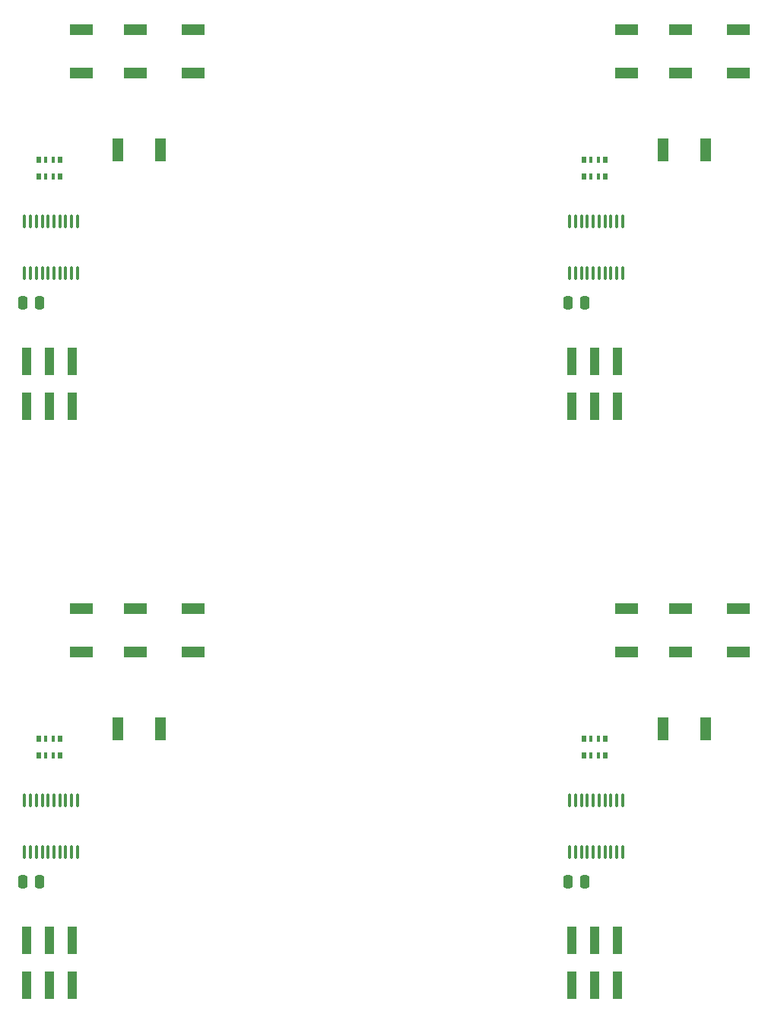
<source format=gbr>
%TF.GenerationSoftware,KiCad,Pcbnew,8.0.3*%
%TF.CreationDate,2024-07-17T13:05:35-05:00*%
%TF.ProjectId,LLTB_Panel,4c4c5442-5f50-4616-9e65-6c2e6b696361,rev?*%
%TF.SameCoordinates,Original*%
%TF.FileFunction,Paste,Bot*%
%TF.FilePolarity,Positive*%
%FSLAX46Y46*%
G04 Gerber Fmt 4.6, Leading zero omitted, Abs format (unit mm)*
G04 Created by KiCad (PCBNEW 8.0.3) date 2024-07-17 13:05:35*
%MOMM*%
%LPD*%
G01*
G04 APERTURE LIST*
G04 Aperture macros list*
%AMRoundRect*
0 Rectangle with rounded corners*
0 $1 Rounding radius*
0 $2 $3 $4 $5 $6 $7 $8 $9 X,Y pos of 4 corners*
0 Add a 4 corners polygon primitive as box body*
4,1,4,$2,$3,$4,$5,$6,$7,$8,$9,$2,$3,0*
0 Add four circle primitives for the rounded corners*
1,1,$1+$1,$2,$3*
1,1,$1+$1,$4,$5*
1,1,$1+$1,$6,$7*
1,1,$1+$1,$8,$9*
0 Add four rect primitives between the rounded corners*
20,1,$1+$1,$2,$3,$4,$5,0*
20,1,$1+$1,$4,$5,$6,$7,0*
20,1,$1+$1,$6,$7,$8,$9,0*
20,1,$1+$1,$8,$9,$2,$3,0*%
G04 Aperture macros list end*
%ADD10RoundRect,0.250000X0.250000X0.475000X-0.250000X0.475000X-0.250000X-0.475000X0.250000X-0.475000X0*%
%ADD11RoundRect,0.100000X0.100000X-0.637500X0.100000X0.637500X-0.100000X0.637500X-0.100000X-0.637500X0*%
%ADD12R,1.000000X3.150000*%
%ADD13R,2.600000X1.200000*%
%ADD14R,0.500000X0.800000*%
%ADD15R,0.400000X0.800000*%
%ADD16R,1.200000X2.600000*%
G04 APERTURE END LIST*
D10*
%TO.C,C1*%
X117097775Y-70718811D03*
X115197775Y-70718811D03*
%TD*%
D11*
%TO.C,U1*%
X181964724Y-131831434D03*
X181314724Y-131831434D03*
X180664724Y-131831434D03*
X180014724Y-131831434D03*
X179364724Y-131831434D03*
X178714724Y-131831434D03*
X178064724Y-131831434D03*
X177414724Y-131831434D03*
X176764724Y-131831434D03*
X176114724Y-131831434D03*
X176114724Y-126106434D03*
X176764724Y-126106434D03*
X177414724Y-126106434D03*
X178064724Y-126106434D03*
X178714724Y-126106434D03*
X179364724Y-126106434D03*
X180014724Y-126106434D03*
X180664724Y-126106434D03*
X181314724Y-126106434D03*
X181964724Y-126106434D03*
%TD*%
D12*
%TO.C,J1*%
X176312224Y-141631434D03*
X176312224Y-146681434D03*
X178852224Y-141631434D03*
X178852224Y-146681434D03*
X181392224Y-141631434D03*
X181392224Y-146681434D03*
%TD*%
D13*
%TO.C,D3*%
X194852224Y-109556434D03*
X194852224Y-104756434D03*
%TD*%
D11*
%TO.C,U1*%
X121260275Y-131831434D03*
X120610275Y-131831434D03*
X119960275Y-131831434D03*
X119310275Y-131831434D03*
X118660275Y-131831434D03*
X118010275Y-131831434D03*
X117360275Y-131831434D03*
X116710275Y-131831434D03*
X116060275Y-131831434D03*
X115410275Y-131831434D03*
X115410275Y-126106434D03*
X116060275Y-126106434D03*
X116710275Y-126106434D03*
X117360275Y-126106434D03*
X118010275Y-126106434D03*
X118660275Y-126106434D03*
X119310275Y-126106434D03*
X119960275Y-126106434D03*
X120610275Y-126106434D03*
X121260275Y-126106434D03*
%TD*%
D12*
%TO.C,J1*%
X176312224Y-77193811D03*
X176312224Y-82243811D03*
X178852224Y-77193811D03*
X178852224Y-82243811D03*
X181392224Y-77193811D03*
X181392224Y-82243811D03*
%TD*%
D11*
%TO.C,U1*%
X181964724Y-67393811D03*
X181314724Y-67393811D03*
X180664724Y-67393811D03*
X180014724Y-67393811D03*
X179364724Y-67393811D03*
X178714724Y-67393811D03*
X178064724Y-67393811D03*
X177414724Y-67393811D03*
X176764724Y-67393811D03*
X176114724Y-67393811D03*
X176114724Y-61668811D03*
X176764724Y-61668811D03*
X177414724Y-61668811D03*
X178064724Y-61668811D03*
X178714724Y-61668811D03*
X179364724Y-61668811D03*
X180014724Y-61668811D03*
X180664724Y-61668811D03*
X181314724Y-61668811D03*
X181964724Y-61668811D03*
%TD*%
D13*
%TO.C,D2*%
X127747775Y-109556434D03*
X127747775Y-104756434D03*
%TD*%
D14*
%TO.C,RN1*%
X119347775Y-121056434D03*
D15*
X118547775Y-121056434D03*
X117747775Y-121056434D03*
D14*
X116947775Y-121056434D03*
X116947775Y-119256434D03*
D15*
X117747775Y-119256434D03*
X118547775Y-119256434D03*
D14*
X119347775Y-119256434D03*
%TD*%
D13*
%TO.C,D3*%
X194852224Y-45118811D03*
X194852224Y-40318811D03*
%TD*%
%TO.C,D2*%
X188452224Y-109556434D03*
X188452224Y-104756434D03*
%TD*%
%TO.C,D1*%
X182452224Y-45118811D03*
X182452224Y-40318811D03*
%TD*%
D12*
%TO.C,J1*%
X115607775Y-141631434D03*
X115607775Y-146681434D03*
X118147775Y-141631434D03*
X118147775Y-146681434D03*
X120687775Y-141631434D03*
X120687775Y-146681434D03*
%TD*%
D13*
%TO.C,D2*%
X188452224Y-45118811D03*
X188452224Y-40318811D03*
%TD*%
%TO.C,D1*%
X121747775Y-109556434D03*
X121747775Y-104756434D03*
%TD*%
D10*
%TO.C,C1*%
X177802224Y-70718811D03*
X175902224Y-70718811D03*
%TD*%
D13*
%TO.C,D1*%
X121747775Y-45118811D03*
X121747775Y-40318811D03*
%TD*%
D14*
%TO.C,RN1*%
X180052224Y-121056434D03*
D15*
X179252224Y-121056434D03*
X178452224Y-121056434D03*
D14*
X177652224Y-121056434D03*
X177652224Y-119256434D03*
D15*
X178452224Y-119256434D03*
X179252224Y-119256434D03*
D14*
X180052224Y-119256434D03*
%TD*%
D13*
%TO.C,D1*%
X182452224Y-109556434D03*
X182452224Y-104756434D03*
%TD*%
D16*
%TO.C,D4*%
X130547775Y-53718811D03*
X125747775Y-53718811D03*
%TD*%
D13*
%TO.C,D3*%
X134147775Y-109556434D03*
X134147775Y-104756434D03*
%TD*%
D12*
%TO.C,J1*%
X115607775Y-77193811D03*
X115607775Y-82243811D03*
X118147775Y-77193811D03*
X118147775Y-82243811D03*
X120687775Y-77193811D03*
X120687775Y-82243811D03*
%TD*%
D14*
%TO.C,RN1*%
X119347775Y-56618811D03*
D15*
X118547775Y-56618811D03*
X117747775Y-56618811D03*
D14*
X116947775Y-56618811D03*
X116947775Y-54818811D03*
D15*
X117747775Y-54818811D03*
X118547775Y-54818811D03*
D14*
X119347775Y-54818811D03*
%TD*%
D10*
%TO.C,C1*%
X177802224Y-135156434D03*
X175902224Y-135156434D03*
%TD*%
%TO.C,C1*%
X117097775Y-135156434D03*
X115197775Y-135156434D03*
%TD*%
D16*
%TO.C,D4*%
X191252224Y-118156434D03*
X186452224Y-118156434D03*
%TD*%
%TO.C,D4*%
X191252224Y-53718811D03*
X186452224Y-53718811D03*
%TD*%
D14*
%TO.C,RN1*%
X180052224Y-56618811D03*
D15*
X179252224Y-56618811D03*
X178452224Y-56618811D03*
D14*
X177652224Y-56618811D03*
X177652224Y-54818811D03*
D15*
X178452224Y-54818811D03*
X179252224Y-54818811D03*
D14*
X180052224Y-54818811D03*
%TD*%
D13*
%TO.C,D2*%
X127747775Y-45118811D03*
X127747775Y-40318811D03*
%TD*%
D11*
%TO.C,U1*%
X121260275Y-67393811D03*
X120610275Y-67393811D03*
X119960275Y-67393811D03*
X119310275Y-67393811D03*
X118660275Y-67393811D03*
X118010275Y-67393811D03*
X117360275Y-67393811D03*
X116710275Y-67393811D03*
X116060275Y-67393811D03*
X115410275Y-67393811D03*
X115410275Y-61668811D03*
X116060275Y-61668811D03*
X116710275Y-61668811D03*
X117360275Y-61668811D03*
X118010275Y-61668811D03*
X118660275Y-61668811D03*
X119310275Y-61668811D03*
X119960275Y-61668811D03*
X120610275Y-61668811D03*
X121260275Y-61668811D03*
%TD*%
D13*
%TO.C,D3*%
X134147775Y-45118811D03*
X134147775Y-40318811D03*
%TD*%
D16*
%TO.C,D4*%
X130547775Y-118156434D03*
X125747775Y-118156434D03*
%TD*%
M02*

</source>
